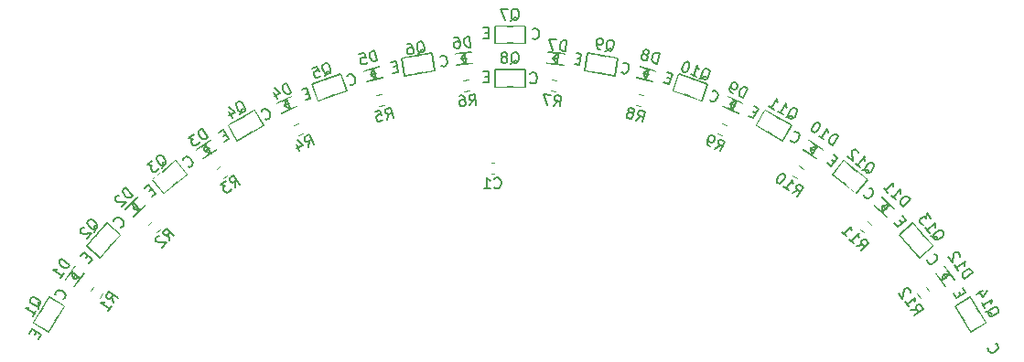
<source format=gbo>
G04 #@! TF.GenerationSoftware,KiCad,Pcbnew,(5.1.6)-1*
G04 #@! TF.CreationDate,2021-05-12T18:04:34+09:00*
G04 #@! TF.ProjectId,FollowingSensor1.0,466f6c6c-6f77-4696-9e67-53656e736f72,rev?*
G04 #@! TF.SameCoordinates,Original*
G04 #@! TF.FileFunction,Legend,Bot*
G04 #@! TF.FilePolarity,Positive*
%FSLAX46Y46*%
G04 Gerber Fmt 4.6, Leading zero omitted, Abs format (unit mm)*
G04 Created by KiCad (PCBNEW (5.1.6)-1) date 2021-05-12 18:04:34*
%MOMM*%
%LPD*%
G01*
G04 APERTURE LIST*
%ADD10C,0.120000*%
%ADD11C,0.150000*%
%ADD12C,0.100000*%
%ADD13R,1.100000X1.550000*%
G04 APERTURE END LIST*
D10*
X148259420Y-82510000D02*
X148540580Y-82510000D01*
X148259420Y-81490000D02*
X148540580Y-81490000D01*
D11*
X154441260Y-71365540D02*
X154355843Y-72361885D01*
X154000014Y-71829546D02*
X154441260Y-71365540D01*
X154355843Y-72361885D02*
X154000014Y-71829546D01*
X154996359Y-71914963D02*
X153501841Y-71786837D01*
X153459133Y-72285010D02*
X153544549Y-71288665D01*
X153544549Y-71288665D02*
X155039067Y-71416790D01*
X155039067Y-71416790D02*
X154953651Y-72413135D01*
X154953651Y-72413135D02*
X153459133Y-72285010D01*
D10*
X182388341Y-87641473D02*
X182730254Y-87970503D01*
X183112946Y-86888497D02*
X183454859Y-87217527D01*
X130396180Y-78977845D02*
X130828314Y-78781820D01*
X129964486Y-78026180D02*
X130396620Y-77830155D01*
X169172346Y-78782573D02*
X169604821Y-78977843D01*
X169602379Y-77830157D02*
X170034854Y-78025427D01*
X117269746Y-87970503D02*
X117611659Y-87641473D01*
X116545141Y-87217527D02*
X116887054Y-86888497D01*
D11*
X185109184Y-85371035D02*
X184415782Y-86091586D01*
X184474262Y-85453950D02*
X185109184Y-85371035D01*
X184415782Y-86091586D02*
X184474262Y-85453950D01*
X185194813Y-86147351D02*
X184113987Y-85107249D01*
X183767286Y-85467524D02*
X184460688Y-84746973D01*
X184460688Y-84746973D02*
X185541514Y-85787076D01*
X185541514Y-85787076D02*
X184848112Y-86507627D01*
X184848112Y-86507627D02*
X183767286Y-85467524D01*
X129294650Y-75609493D02*
X129707755Y-76520176D01*
X129136929Y-76230076D02*
X129294650Y-75609493D01*
X129707755Y-76520176D02*
X129136929Y-76230076D01*
X130047613Y-75816972D02*
X128681587Y-76436628D01*
X128888139Y-76891970D02*
X128475035Y-75981286D01*
X128475035Y-75981286D02*
X129841061Y-75361630D01*
X129841061Y-75361630D02*
X130254165Y-76272314D01*
X130254165Y-76272314D02*
X128888139Y-76891970D01*
X170977868Y-75732826D02*
X170566353Y-76644229D01*
X170407549Y-76023921D02*
X170977868Y-75732826D01*
X170566353Y-76644229D02*
X170407549Y-76023921D01*
X171318952Y-76435436D02*
X169951848Y-75818164D01*
X169746090Y-76273866D02*
X170157605Y-75362463D01*
X170157605Y-75362463D02*
X171524710Y-75979734D01*
X171524710Y-75979734D02*
X171113195Y-76891137D01*
X171113195Y-76891137D02*
X169746090Y-76273866D01*
X115106982Y-85163014D02*
X115800384Y-85883565D01*
X115165462Y-85800650D02*
X115106982Y-85163014D01*
X115800384Y-85883565D02*
X115165462Y-85800650D01*
X115886013Y-85107249D02*
X114805187Y-86147351D01*
X115151888Y-86507627D02*
X114458486Y-85787076D01*
X114458486Y-85787076D02*
X115539312Y-84746973D01*
X115539312Y-84746973D02*
X116232714Y-85467524D01*
X116232714Y-85467524D02*
X115151888Y-86507627D01*
X187912233Y-90283032D02*
X186067903Y-88176271D01*
X189116097Y-89229129D02*
X187912233Y-90283032D01*
X187271767Y-87122368D02*
X189116097Y-89229129D01*
X186067903Y-88176271D02*
X187271767Y-87122368D01*
X109428966Y-91599156D02*
X110233860Y-92192575D01*
X109594045Y-92217823D02*
X109428966Y-91599156D01*
X110233860Y-92192575D02*
X109594045Y-92217823D01*
X110187464Y-91412930D02*
X109297336Y-92620270D01*
X109699783Y-92916980D02*
X108894889Y-92323561D01*
X108894889Y-92323561D02*
X109785017Y-91116220D01*
X109785017Y-91116220D02*
X110589911Y-91709639D01*
X110589911Y-91709639D02*
X109699783Y-92916980D01*
X137394522Y-72768335D02*
X137646591Y-73736044D01*
X137133473Y-73353017D02*
X137394522Y-72768335D01*
X137646591Y-73736044D02*
X137133473Y-73353017D01*
X138101182Y-73100948D02*
X136649618Y-73479052D01*
X136775653Y-73962907D02*
X136523583Y-72995197D01*
X136523583Y-72995197D02*
X137975147Y-72617093D01*
X137975147Y-72617093D02*
X138227217Y-73584803D01*
X138227217Y-73584803D02*
X136775653Y-73962907D01*
X121793890Y-79781074D02*
X122354529Y-80609134D01*
X121742985Y-80419360D02*
X121793890Y-79781074D01*
X122354529Y-80609134D02*
X121742985Y-80419360D01*
X122571045Y-79858721D02*
X121328955Y-80699679D01*
X121609274Y-81113709D02*
X121048635Y-80285649D01*
X121048635Y-80285649D02*
X122290726Y-79444691D01*
X122290726Y-79444691D02*
X122851365Y-80272751D01*
X122851365Y-80272751D02*
X121609274Y-81113709D01*
X145857643Y-71339915D02*
X145943060Y-72336260D01*
X145501814Y-71872254D02*
X145857643Y-71339915D01*
X145943060Y-72336260D02*
X145501814Y-71872254D01*
X146498159Y-71786837D02*
X145003641Y-71914963D01*
X145046349Y-72413135D02*
X144960933Y-71416790D01*
X144960933Y-71416790D02*
X146455451Y-71288665D01*
X146455451Y-71288665D02*
X146540867Y-72285010D01*
X146540867Y-72285010D02*
X145046349Y-72413135D01*
X178454529Y-79949266D02*
X177893890Y-80777326D01*
X177842985Y-80139040D02*
X178454529Y-79949266D01*
X177893890Y-80777326D02*
X177842985Y-80139040D01*
X178671045Y-80699679D02*
X177428955Y-79858721D01*
X177148635Y-80272751D02*
X177709274Y-79444691D01*
X177709274Y-79444691D02*
X178951365Y-80285649D01*
X178951365Y-80285649D02*
X178390726Y-81113709D01*
X178390726Y-81113709D02*
X177148635Y-80272751D01*
X162895791Y-72843956D02*
X162643722Y-73811665D01*
X162382673Y-73226983D02*
X162895791Y-72843956D01*
X162643722Y-73811665D02*
X162382673Y-73226983D01*
X163350382Y-73479052D02*
X161898818Y-73100948D01*
X161772783Y-73584803D02*
X162024853Y-72617093D01*
X162024853Y-72617093D02*
X163476417Y-72995197D01*
X163476417Y-72995197D02*
X163224347Y-73962907D01*
X163224347Y-73962907D02*
X161772783Y-73584803D01*
X190749060Y-91840625D02*
X189944166Y-92434044D01*
X190109245Y-91815377D02*
X190749060Y-91840625D01*
X189944166Y-92434044D02*
X190109245Y-91815377D01*
X190702664Y-92620270D02*
X189812536Y-91412930D01*
X189410089Y-91709639D02*
X190214983Y-91116220D01*
X190214983Y-91116220D02*
X191105111Y-92323561D01*
X191105111Y-92323561D02*
X190300217Y-92916980D01*
X190300217Y-92916980D02*
X189410089Y-91709639D01*
X127181303Y-78057720D02*
X124739509Y-79427991D01*
X126398291Y-76662409D02*
X127181303Y-78057720D01*
X123956497Y-78032680D02*
X126398291Y-76662409D01*
X124739509Y-79427991D02*
X123956497Y-78032680D01*
X108781610Y-94769403D02*
X107318614Y-97156795D01*
X107417386Y-93933405D02*
X108781610Y-94769403D01*
X105954390Y-96320797D02*
X107417386Y-93933405D01*
X107318614Y-97156795D02*
X105954390Y-96320797D01*
X134896444Y-74824684D02*
X132257047Y-75759343D01*
X134362353Y-73316457D02*
X134896444Y-74824684D01*
X131722956Y-74251116D02*
X134362353Y-73316457D01*
X132257047Y-75759343D02*
X131722956Y-74251116D01*
X113932097Y-88176271D02*
X112087767Y-90283032D01*
X112728233Y-87122368D02*
X113932097Y-88176271D01*
X110883903Y-89229129D02*
X112728233Y-87122368D01*
X112087767Y-90283032D02*
X110883903Y-89229129D01*
X143048239Y-72942233D02*
X140289097Y-73418820D01*
X142775903Y-71365580D02*
X143048239Y-72942233D01*
X140016761Y-71842167D02*
X142775903Y-71365580D01*
X140289097Y-73418820D02*
X140016761Y-71842167D01*
X120125461Y-82553368D02*
X117949452Y-84315465D01*
X119118548Y-81309935D02*
X120125461Y-82553368D01*
X116942539Y-83072032D02*
X119118548Y-81309935D01*
X117949452Y-84315465D02*
X116942539Y-83072032D01*
X148600000Y-70440000D02*
X148600000Y-68840000D01*
X148600000Y-68840000D02*
X151400000Y-68840000D01*
X151400000Y-68840000D02*
X151400000Y-70440000D01*
X151400000Y-70440000D02*
X148600000Y-70440000D01*
X151400000Y-74470000D02*
X148600000Y-74470000D01*
X151400000Y-72870000D02*
X151400000Y-74470000D01*
X148600000Y-72870000D02*
X151400000Y-72870000D01*
X148600000Y-74470000D02*
X148600000Y-72870000D01*
X182050548Y-84315465D02*
X179874539Y-82553368D01*
X183057461Y-83072032D02*
X182050548Y-84315465D01*
X180881452Y-81309935D02*
X183057461Y-83072032D01*
X179874539Y-82553368D02*
X180881452Y-81309935D01*
X159710903Y-73418820D02*
X156951761Y-72942233D01*
X159983239Y-71842167D02*
X159710903Y-73418820D01*
X157224097Y-71365580D02*
X159983239Y-71842167D01*
X156951761Y-72942233D02*
X157224097Y-71365580D01*
X167742953Y-75759343D02*
X165103556Y-74824684D01*
X168277044Y-74251116D02*
X167742953Y-75759343D01*
X165637647Y-73316457D02*
X168277044Y-74251116D01*
X165103556Y-74824684D02*
X165637647Y-73316457D01*
X192681386Y-97156795D02*
X191218390Y-94769403D01*
X194045610Y-96320797D02*
X192681386Y-97156795D01*
X192582614Y-93933405D02*
X194045610Y-96320797D01*
X191218390Y-94769403D02*
X192582614Y-93933405D01*
X175260491Y-79427991D02*
X172818697Y-78057720D01*
X176043503Y-78032680D02*
X175260491Y-79427991D01*
X173601709Y-76662409D02*
X176043503Y-78032680D01*
X172818697Y-78057720D02*
X173601709Y-76662409D01*
D10*
X112034964Y-94000329D02*
X112316550Y-93618394D01*
X111193850Y-93380206D02*
X111475436Y-92998271D01*
X137908809Y-76274434D02*
X138368003Y-76154823D01*
X137645397Y-75263177D02*
X138104591Y-75143566D01*
X123448970Y-82914478D02*
X123841898Y-82648445D01*
X122863102Y-82049155D02*
X123256030Y-81783122D01*
X145771539Y-74882656D02*
X146244321Y-74842125D01*
X145682279Y-73841475D02*
X146155061Y-73800944D01*
X176158102Y-82648445D02*
X176551030Y-82914478D01*
X176743970Y-81783122D02*
X177136898Y-82049155D01*
X153755679Y-74842125D02*
X154228461Y-74882656D01*
X153844939Y-73800944D02*
X154317721Y-73841475D01*
X161631997Y-76154823D02*
X162091191Y-76274434D01*
X161895409Y-75143566D02*
X162354603Y-75263177D01*
X187683450Y-93618394D02*
X187965036Y-94000329D01*
X188524564Y-92998271D02*
X188806150Y-93380206D01*
D11*
X148566666Y-83787142D02*
X148614285Y-83834761D01*
X148757142Y-83882380D01*
X148852380Y-83882380D01*
X148995238Y-83834761D01*
X149090476Y-83739523D01*
X149138095Y-83644285D01*
X149185714Y-83453809D01*
X149185714Y-83310952D01*
X149138095Y-83120476D01*
X149090476Y-83025238D01*
X148995238Y-82930000D01*
X148852380Y-82882380D01*
X148757142Y-82882380D01*
X148614285Y-82930000D01*
X148566666Y-82977619D01*
X147614285Y-83882380D02*
X148185714Y-83882380D01*
X147900000Y-83882380D02*
X147900000Y-82882380D01*
X147995238Y-83025238D01*
X148090476Y-83120476D01*
X148185714Y-83168095D01*
X155147991Y-71177600D02*
X155233408Y-70181255D01*
X154996183Y-70160917D01*
X154849781Y-70196160D01*
X154746756Y-70282915D01*
X154691176Y-70373738D01*
X154627461Y-70559450D01*
X154615258Y-70701785D01*
X154646433Y-70895633D01*
X154685744Y-70994590D01*
X154772499Y-71097615D01*
X154910766Y-71157263D01*
X155147991Y-71177600D01*
X154331953Y-70103973D02*
X153667723Y-70047028D01*
X154009311Y-71079981D01*
X182079564Y-89231609D02*
X182649939Y-89119624D01*
X182491308Y-89627839D02*
X183184709Y-88907288D01*
X182910214Y-88643135D01*
X182808571Y-88611409D01*
X182741240Y-88612701D01*
X182640889Y-88648306D01*
X182541832Y-88751242D01*
X182510106Y-88852885D01*
X182511399Y-88920216D01*
X182547003Y-89020566D01*
X182821499Y-89284719D01*
X181393325Y-88571227D02*
X181805068Y-88967456D01*
X181599197Y-88769342D02*
X182292599Y-88048790D01*
X182262165Y-88217765D01*
X182264751Y-88352427D01*
X182300356Y-88452777D01*
X180707086Y-87910844D02*
X181118829Y-88307074D01*
X180912958Y-88108959D02*
X181606359Y-87388408D01*
X181575926Y-87557382D01*
X181578512Y-87692044D01*
X181614116Y-87792394D01*
X131325800Y-80049403D02*
X131432645Y-79478042D01*
X131846190Y-79813343D02*
X131433086Y-78902659D01*
X131086159Y-79060032D01*
X131019099Y-79142742D01*
X130995404Y-79205779D01*
X130991382Y-79312183D01*
X131050397Y-79442280D01*
X131133106Y-79509340D01*
X131196143Y-79533035D01*
X131302547Y-79537057D01*
X131649474Y-79379684D01*
X130269811Y-79796370D02*
X130545214Y-80403492D01*
X130329267Y-79351084D02*
X130841171Y-79903215D01*
X130277415Y-80158946D01*
X168980873Y-80188194D02*
X169480633Y-79891364D01*
X169501675Y-80423345D02*
X169913189Y-79511941D01*
X169565988Y-79355174D01*
X169459592Y-79359382D01*
X169396595Y-79383187D01*
X169314003Y-79450391D01*
X169255216Y-79580592D01*
X169259424Y-79686988D01*
X169283228Y-79749984D01*
X169350433Y-79832576D01*
X169697634Y-79989343D01*
X168546871Y-79992234D02*
X168373271Y-79913851D01*
X168306066Y-79831259D01*
X168282262Y-79768263D01*
X168254249Y-79598870D01*
X168289233Y-79405674D01*
X168446000Y-79058473D01*
X168528592Y-78991268D01*
X168591588Y-78967464D01*
X168697985Y-78963256D01*
X168871585Y-79041639D01*
X168938790Y-79124231D01*
X168962594Y-79187227D01*
X168966802Y-79293624D01*
X168868823Y-79510624D01*
X168786231Y-79577829D01*
X168723235Y-79601633D01*
X168616838Y-79605841D01*
X168443238Y-79527458D01*
X168376033Y-79444866D01*
X168352229Y-79381870D01*
X168348021Y-79275473D01*
X118503738Y-88670284D02*
X118413730Y-88096031D01*
X118915482Y-88274055D02*
X118222080Y-87553503D01*
X117947584Y-87817656D01*
X117911979Y-87918007D01*
X117910687Y-87985338D01*
X117942413Y-88086981D01*
X118041470Y-88189917D01*
X118141820Y-88225521D01*
X118209152Y-88226814D01*
X118310795Y-88195088D01*
X118585290Y-87930935D01*
X117601879Y-88282510D02*
X117534548Y-88281217D01*
X117432905Y-88312943D01*
X117261345Y-88478039D01*
X117225740Y-88578389D01*
X117224447Y-88645720D01*
X117256174Y-88747364D01*
X117322212Y-88815987D01*
X117455581Y-88885904D01*
X118263554Y-88901418D01*
X117817499Y-89330667D01*
X186361273Y-85567950D02*
X187054674Y-84847399D01*
X186883115Y-84682303D01*
X186747160Y-84617558D01*
X186612497Y-84620143D01*
X186512147Y-84655748D01*
X186345759Y-84759977D01*
X186246701Y-84862913D01*
X186148937Y-85033180D01*
X186117210Y-85134823D01*
X186119796Y-85269485D01*
X186189713Y-85402854D01*
X186361273Y-85567950D01*
X185263290Y-84511338D02*
X185675033Y-84907567D01*
X185469162Y-84709453D02*
X186162564Y-83988901D01*
X186132130Y-84157876D01*
X186134716Y-84292538D01*
X186170321Y-84392888D01*
X184577051Y-83850955D02*
X184988794Y-84247185D01*
X184782923Y-84049070D02*
X185476324Y-83328519D01*
X185445891Y-83497493D01*
X185448477Y-83632155D01*
X185484081Y-83732505D01*
X129759051Y-75007065D02*
X129345947Y-74096381D01*
X129129117Y-74194740D01*
X129018691Y-74297120D01*
X128971303Y-74423195D01*
X128967280Y-74529599D01*
X129002601Y-74722734D01*
X129061616Y-74852832D01*
X129183668Y-75006624D01*
X129266378Y-75073684D01*
X129392453Y-75121072D01*
X129542222Y-75105423D01*
X129759051Y-75007065D01*
X128182672Y-74990092D02*
X128458075Y-75597214D01*
X128242128Y-74544806D02*
X128754032Y-75096937D01*
X128190276Y-75352668D01*
X171586541Y-75516039D02*
X171998055Y-74604635D01*
X171781054Y-74506656D01*
X171631258Y-74491268D01*
X171505266Y-74538877D01*
X171422674Y-74606081D01*
X171300890Y-74760086D01*
X171242102Y-74890286D01*
X171207119Y-75083483D01*
X171211327Y-75189879D01*
X171258935Y-75315871D01*
X171369540Y-75418059D01*
X171586541Y-75516039D01*
X170631737Y-75084928D02*
X170458137Y-75006545D01*
X170390932Y-74923953D01*
X170367128Y-74860957D01*
X170339115Y-74691564D01*
X170374099Y-74498368D01*
X170530866Y-74151167D01*
X170613458Y-74083962D01*
X170676454Y-74060158D01*
X170782851Y-74055950D01*
X170956451Y-74134333D01*
X171023656Y-74216925D01*
X171047460Y-74279921D01*
X171051668Y-74386318D01*
X170953689Y-74603318D01*
X170871097Y-74670523D01*
X170808101Y-74694327D01*
X170701704Y-74698535D01*
X170528104Y-74620152D01*
X170460899Y-74537560D01*
X170437095Y-74474564D01*
X170432887Y-74368167D01*
X115145517Y-84514167D02*
X114452115Y-83793615D01*
X114280555Y-83958711D01*
X114210638Y-84092080D01*
X114208053Y-84226743D01*
X114239779Y-84328386D01*
X114337544Y-84498653D01*
X114436601Y-84601589D01*
X114602989Y-84705817D01*
X114703340Y-84741422D01*
X114838002Y-84744008D01*
X114973957Y-84679262D01*
X115145517Y-84514167D01*
X113831914Y-84522622D02*
X113764583Y-84521329D01*
X113662940Y-84553055D01*
X113491380Y-84718151D01*
X113455775Y-84818501D01*
X113454482Y-84885832D01*
X113486209Y-84987476D01*
X113552247Y-85056099D01*
X113685616Y-85126016D01*
X114493589Y-85141530D01*
X114047534Y-85570779D01*
X188964357Y-88290662D02*
X189062918Y-88330954D01*
X189197309Y-88339880D01*
X189398896Y-88353270D01*
X189497457Y-88393562D01*
X189560190Y-88465221D01*
X189349677Y-88586222D02*
X189448239Y-88626515D01*
X189582629Y-88635441D01*
X189757313Y-88545806D01*
X190008118Y-88326242D01*
X190120069Y-88164948D01*
X190128995Y-88030558D01*
X190102092Y-87927533D01*
X189976627Y-87784216D01*
X189878066Y-87743923D01*
X189743675Y-87734997D01*
X189568991Y-87824632D01*
X189318186Y-88044196D01*
X189206235Y-88205490D01*
X189197309Y-88339880D01*
X189224212Y-88442905D01*
X189349677Y-88586222D01*
X188440058Y-87547173D02*
X188816452Y-87977124D01*
X188628255Y-87762149D02*
X189380670Y-87103459D01*
X189335915Y-87269216D01*
X189326988Y-87403607D01*
X189353891Y-87506632D01*
X188972910Y-86637679D02*
X188565150Y-86171898D01*
X188498079Y-86673632D01*
X188403980Y-86566144D01*
X188305419Y-86525852D01*
X188238223Y-86521389D01*
X188135198Y-86548292D01*
X187956052Y-86705123D01*
X187915760Y-86803684D01*
X187911296Y-86870880D01*
X187938200Y-86973905D01*
X188126397Y-87188880D01*
X188224958Y-87229173D01*
X188292154Y-87233636D01*
X188627400Y-90502355D02*
X188622937Y-90569551D01*
X188681206Y-90708405D01*
X188743938Y-90780063D01*
X188873866Y-90856185D01*
X189008257Y-90865111D01*
X189111282Y-90838208D01*
X189285965Y-90748573D01*
X189393453Y-90654474D01*
X189505404Y-90493180D01*
X189545696Y-90394619D01*
X189554622Y-90260228D01*
X189496353Y-90121374D01*
X189433621Y-90049715D01*
X189303693Y-89973594D01*
X189236498Y-89969131D01*
X186294890Y-87114182D02*
X186075327Y-86863377D01*
X185587106Y-87100917D02*
X185900768Y-87459210D01*
X186653183Y-86800520D01*
X186339521Y-86442228D01*
X109302118Y-90974363D02*
X108497224Y-90380944D01*
X108355934Y-90572585D01*
X108309488Y-90715828D01*
X108329628Y-90849001D01*
X108378027Y-90943845D01*
X108503082Y-91095205D01*
X108618067Y-91179980D01*
X108799638Y-91254683D01*
X108904553Y-91272871D01*
X109037725Y-91252731D01*
X109160828Y-91166004D01*
X109302118Y-90974363D01*
X108397860Y-92200867D02*
X108736957Y-91740928D01*
X108567409Y-91970898D02*
X107762515Y-91377479D01*
X107934016Y-91385596D01*
X108067188Y-91365456D01*
X108162033Y-91317058D01*
X137728292Y-72051723D02*
X137476223Y-71084013D01*
X137245816Y-71144030D01*
X137119575Y-71226121D01*
X137051419Y-71342291D01*
X137029344Y-71446457D01*
X137031276Y-71642785D01*
X137067286Y-71781030D01*
X137161381Y-71953352D01*
X137231469Y-72033511D01*
X137347638Y-72101668D01*
X137497885Y-72111739D01*
X137728292Y-72051723D01*
X136047700Y-71456116D02*
X136508514Y-71336083D01*
X136674628Y-71784893D01*
X136616544Y-71750815D01*
X136512378Y-71728740D01*
X136281971Y-71788757D01*
X136201811Y-71858845D01*
X136167733Y-71916930D01*
X136145658Y-72021096D01*
X136205675Y-72251503D01*
X136275763Y-72331662D01*
X136333847Y-72365740D01*
X136438014Y-72387815D01*
X136668420Y-72327798D01*
X136748580Y-72257710D01*
X136782658Y-72199626D01*
X122064809Y-79160793D02*
X121504170Y-78332733D01*
X121307013Y-78466218D01*
X121215416Y-78585741D01*
X121189947Y-78717998D01*
X121203910Y-78823558D01*
X121271267Y-79007981D01*
X121351358Y-79126275D01*
X121497578Y-79257304D01*
X121590404Y-79309470D01*
X121722661Y-79334939D01*
X121867652Y-79294279D01*
X122064809Y-79160793D01*
X120754973Y-78839978D02*
X120242364Y-79187040D01*
X120731961Y-79315612D01*
X120613667Y-79395703D01*
X120561501Y-79488529D01*
X120548766Y-79554657D01*
X120562729Y-79660217D01*
X120696215Y-79857375D01*
X120789040Y-79909540D01*
X120855169Y-79922275D01*
X120960729Y-79908312D01*
X121197318Y-79748129D01*
X121249483Y-79655304D01*
X121262218Y-79589175D01*
X146374038Y-70787681D02*
X146288621Y-69791336D01*
X146051396Y-69811673D01*
X145913129Y-69871321D01*
X145826374Y-69974346D01*
X145787063Y-70073303D01*
X145755888Y-70267151D01*
X145768091Y-70409486D01*
X145831806Y-70595198D01*
X145887386Y-70686021D01*
X145990411Y-70772776D01*
X146136813Y-70808019D01*
X146374038Y-70787681D01*
X144865271Y-69913360D02*
X145055051Y-69897090D01*
X145154008Y-69936400D01*
X145205521Y-69979778D01*
X145312613Y-70113978D01*
X145376328Y-70299691D01*
X145408868Y-70679251D01*
X145369558Y-70778208D01*
X145326180Y-70829721D01*
X145235358Y-70885301D01*
X145045578Y-70901571D01*
X144946620Y-70862260D01*
X144895108Y-70818883D01*
X144839528Y-70728060D01*
X144819191Y-70490835D01*
X144858501Y-70391878D01*
X144901878Y-70340365D01*
X144992701Y-70284785D01*
X145182481Y-70268515D01*
X145281438Y-70307826D01*
X145332951Y-70351203D01*
X145388531Y-70442026D01*
X179851879Y-79855374D02*
X180412518Y-79027314D01*
X180215361Y-78893828D01*
X180070369Y-78853168D01*
X179938112Y-78878637D01*
X179845287Y-78930803D01*
X179699067Y-79061832D01*
X179618975Y-79180126D01*
X179551619Y-79364549D01*
X179537656Y-79470109D01*
X179563124Y-79602366D01*
X179654722Y-79721889D01*
X179851879Y-79855374D01*
X178590073Y-79001067D02*
X179063250Y-79321432D01*
X178826661Y-79161250D02*
X179387300Y-78333189D01*
X179386072Y-78504878D01*
X179411541Y-78637135D01*
X179463706Y-78729961D01*
X178638103Y-77825945D02*
X178559240Y-77772550D01*
X178453680Y-77758588D01*
X178387552Y-77771322D01*
X178294726Y-77823488D01*
X178148506Y-77954516D01*
X178015021Y-78151674D01*
X177947664Y-78336097D01*
X177933701Y-78441657D01*
X177946435Y-78507785D01*
X177998601Y-78600611D01*
X178077464Y-78654005D01*
X178183024Y-78667968D01*
X178249152Y-78655233D01*
X178341978Y-78603067D01*
X178488198Y-78472039D01*
X178621683Y-78274882D01*
X178689040Y-78090459D01*
X178703003Y-77984899D01*
X178690269Y-77918770D01*
X178638103Y-77825945D01*
X163600230Y-72323824D02*
X163852299Y-71356115D01*
X163621892Y-71296098D01*
X163471645Y-71306170D01*
X163355475Y-71374326D01*
X163285387Y-71454485D01*
X163191293Y-71626808D01*
X163155283Y-71765052D01*
X163153351Y-71961381D01*
X163175426Y-72065547D01*
X163243582Y-72181716D01*
X163369823Y-72263807D01*
X163600230Y-72323824D01*
X162638316Y-71482768D02*
X162742482Y-71460693D01*
X162800567Y-71426615D01*
X162870655Y-71346456D01*
X162882658Y-71300374D01*
X162860583Y-71196208D01*
X162826505Y-71138123D01*
X162746346Y-71068035D01*
X162562020Y-71020022D01*
X162457854Y-71042097D01*
X162399769Y-71076175D01*
X162329681Y-71156335D01*
X162317678Y-71202416D01*
X162339753Y-71306582D01*
X162373831Y-71364667D01*
X162453990Y-71434755D01*
X162638316Y-71482768D01*
X162718475Y-71552856D01*
X162752554Y-71610941D01*
X162774628Y-71715107D01*
X162726615Y-71899432D01*
X162656527Y-71979592D01*
X162598442Y-72013670D01*
X162494276Y-72035745D01*
X162309951Y-71987731D01*
X162229791Y-71917643D01*
X162195713Y-71859559D01*
X162173638Y-71755393D01*
X162221652Y-71571067D01*
X162291740Y-71490908D01*
X162349824Y-71456830D01*
X162453990Y-71434755D01*
X192054669Y-92245822D02*
X192859563Y-91652403D01*
X192718273Y-91460762D01*
X192595170Y-91374035D01*
X192461998Y-91353894D01*
X192357083Y-91372082D01*
X192175512Y-91446786D01*
X192060527Y-91531560D01*
X191935472Y-91682921D01*
X191887073Y-91777765D01*
X191866933Y-91910938D01*
X191913379Y-92054181D01*
X192054669Y-92245822D01*
X191150412Y-91019317D02*
X191489508Y-91479256D01*
X191319960Y-91249287D02*
X192124854Y-90655868D01*
X192066385Y-90817299D01*
X192046244Y-90950471D01*
X192064432Y-91055386D01*
X191652585Y-90175788D02*
X191662655Y-90109202D01*
X191644467Y-90004287D01*
X191503177Y-89812646D01*
X191408332Y-89764247D01*
X191341746Y-89754177D01*
X191236831Y-89772365D01*
X191160175Y-89828881D01*
X191073448Y-89951983D01*
X190952605Y-90751019D01*
X190585251Y-90252752D01*
X125051049Y-77030953D02*
X125110799Y-76942818D01*
X125147246Y-76813156D01*
X125201915Y-76618663D01*
X125261665Y-76530528D01*
X125344720Y-76483920D01*
X125419712Y-76714860D02*
X125479462Y-76626725D01*
X125515909Y-76497063D01*
X125464220Y-76307651D01*
X125301093Y-76016961D01*
X125166350Y-75874156D01*
X125036688Y-75837710D01*
X124930330Y-75842791D01*
X124764221Y-75936006D01*
X124704471Y-76024141D01*
X124668025Y-76153803D01*
X124719713Y-76343216D01*
X124882841Y-76633905D01*
X125017583Y-76776710D01*
X125147246Y-76813156D01*
X125253604Y-76808076D01*
X125419712Y-76714860D01*
X123972225Y-76762686D02*
X124298480Y-77344066D01*
X123993429Y-76313950D02*
X124550624Y-76820337D01*
X124010771Y-77123288D01*
X127404854Y-77462928D02*
X127469685Y-77481152D01*
X127617570Y-77452767D01*
X127700624Y-77406159D01*
X127801902Y-77294720D01*
X127838348Y-77165058D01*
X127833267Y-77058700D01*
X127781579Y-76869288D01*
X127711667Y-76744706D01*
X127576924Y-76601902D01*
X127488789Y-76542151D01*
X127359127Y-76505705D01*
X127211242Y-76534090D01*
X127128188Y-76580698D01*
X127026910Y-76692136D01*
X127008687Y-76756967D01*
X123753325Y-78867475D02*
X123462635Y-79030603D01*
X123594397Y-79557313D02*
X124009668Y-79324273D01*
X123520285Y-78452204D01*
X123105014Y-78685243D01*
X106416683Y-95004926D02*
X106425843Y-94898841D01*
X106394401Y-94767876D01*
X106347238Y-94571427D01*
X106356398Y-94465342D01*
X106406160Y-94384139D01*
X106584288Y-94549145D02*
X106593448Y-94443060D01*
X106562006Y-94312095D01*
X106424479Y-94171969D01*
X106140266Y-93997803D01*
X105952977Y-93938881D01*
X105822012Y-93970323D01*
X105731648Y-94026646D01*
X105632125Y-94189054D01*
X105622965Y-94295139D01*
X105654407Y-94426104D01*
X105791934Y-94566230D01*
X106076147Y-94740396D01*
X106263435Y-94799318D01*
X106394401Y-94767876D01*
X106484765Y-94711553D01*
X106584288Y-94549145D01*
X105862743Y-95726600D02*
X106161313Y-95239377D01*
X106012028Y-95482989D02*
X105159388Y-94960490D01*
X105330955Y-94953929D01*
X105461921Y-94922487D01*
X105552285Y-94866164D01*
X108642789Y-94150519D02*
X108708272Y-94134798D01*
X108823516Y-94037873D01*
X108873278Y-93956669D01*
X108907319Y-93809982D01*
X108875877Y-93679017D01*
X108819554Y-93588653D01*
X108682027Y-93448528D01*
X108560221Y-93373885D01*
X108372933Y-93314963D01*
X108266848Y-93305803D01*
X108135883Y-93337245D01*
X108020638Y-93434170D01*
X107970876Y-93515374D01*
X107936836Y-93662061D01*
X107952557Y-93727544D01*
X106184300Y-97148629D02*
X106010133Y-97432842D01*
X106382112Y-97828337D02*
X106630921Y-97422318D01*
X105778280Y-96899820D01*
X105529472Y-97305839D01*
X132872574Y-73484417D02*
X132946454Y-73407738D01*
X133004438Y-73286171D01*
X133091414Y-73103822D01*
X133165294Y-73027143D01*
X133255070Y-72995352D01*
X133289660Y-73235686D02*
X133363539Y-73159007D01*
X133421524Y-73037440D01*
X133402829Y-72841994D01*
X133291560Y-72527780D01*
X133183090Y-72364125D01*
X133061524Y-72306141D01*
X132955853Y-72293044D01*
X132776302Y-72356627D01*
X132702422Y-72433305D01*
X132644438Y-72554872D01*
X132663133Y-72750318D01*
X132774401Y-73064532D01*
X132882871Y-73228187D01*
X133004438Y-73286171D01*
X133110109Y-73299268D01*
X133289660Y-73235686D01*
X131698997Y-72738120D02*
X132147874Y-72579164D01*
X132351718Y-73012146D01*
X132290934Y-72983154D01*
X132185264Y-72970057D01*
X131960825Y-73049535D01*
X131886945Y-73126214D01*
X131857953Y-73186997D01*
X131844857Y-73292668D01*
X131924334Y-73517106D01*
X132001013Y-73590986D01*
X132061796Y-73619978D01*
X132167467Y-73633075D01*
X132391906Y-73553597D01*
X132465786Y-73476918D01*
X132494778Y-73416135D01*
X135227446Y-74239978D02*
X135288230Y-74268970D01*
X135438788Y-74266171D01*
X135528564Y-74234380D01*
X135647331Y-74141806D01*
X135705315Y-74020239D01*
X135718412Y-73914568D01*
X135699717Y-73719122D01*
X135652031Y-73584459D01*
X135543561Y-73420804D01*
X135466882Y-73346924D01*
X135345315Y-73288940D01*
X135194757Y-73291739D01*
X135104981Y-73323530D01*
X134986214Y-73416104D01*
X134957222Y-73476888D01*
X131380659Y-75039149D02*
X131066445Y-75150418D01*
X131106633Y-75691869D02*
X131555510Y-75532914D01*
X131221703Y-74590272D01*
X130772826Y-74749228D01*
X111574769Y-87889052D02*
X111601672Y-87786027D01*
X111592745Y-87651636D01*
X111579356Y-87450050D01*
X111606259Y-87347025D01*
X111668991Y-87275367D01*
X111816772Y-87468027D02*
X111843675Y-87365002D01*
X111834748Y-87230611D01*
X111722798Y-87069317D01*
X111471993Y-86849754D01*
X111297309Y-86760119D01*
X111162918Y-86769045D01*
X111064357Y-86809337D01*
X110938892Y-86952654D01*
X110911989Y-87055679D01*
X110920915Y-87190070D01*
X111032866Y-87351364D01*
X111283671Y-87570927D01*
X111458354Y-87660562D01*
X111592745Y-87651636D01*
X111691307Y-87611344D01*
X111816772Y-87468027D01*
X110602791Y-87481167D02*
X110535595Y-87485630D01*
X110437033Y-87525923D01*
X110280203Y-87705069D01*
X110253300Y-87808094D01*
X110257763Y-87875289D01*
X110298055Y-87973851D01*
X110369714Y-88036583D01*
X110508568Y-88094853D01*
X111314913Y-88041295D01*
X110907153Y-88507076D01*
X113964840Y-87468136D02*
X114032035Y-87463673D01*
X114161963Y-87387551D01*
X114224696Y-87315893D01*
X114282965Y-87177039D01*
X114274039Y-87042648D01*
X114233746Y-86944086D01*
X114121795Y-86782792D01*
X114014307Y-86688694D01*
X113839624Y-86599058D01*
X113736599Y-86572155D01*
X113602208Y-86581082D01*
X113472281Y-86657203D01*
X113409548Y-86728862D01*
X113351279Y-86867716D01*
X113355742Y-86934911D01*
X110971045Y-90083862D02*
X110751482Y-90334667D01*
X111051506Y-90787183D02*
X111365167Y-90428890D01*
X110612753Y-89770201D01*
X110299091Y-90128494D01*
X141487058Y-71423417D02*
X141572801Y-71360283D01*
X141650439Y-71250224D01*
X141766896Y-71085136D01*
X141852639Y-71022001D01*
X141946487Y-71005791D01*
X141940089Y-71248517D02*
X142025832Y-71185382D01*
X142103470Y-71075323D01*
X142117974Y-70879521D01*
X142061237Y-70551052D01*
X141981892Y-70371460D01*
X141871833Y-70293823D01*
X141769880Y-70263109D01*
X141582183Y-70295530D01*
X141496440Y-70358664D01*
X141418802Y-70468723D01*
X141404299Y-70664525D01*
X141461035Y-70992994D01*
X141540380Y-71172586D01*
X141650439Y-71250224D01*
X141752393Y-71280938D01*
X141940089Y-71248517D01*
X140502927Y-70481950D02*
X140690623Y-70449529D01*
X140792577Y-70480242D01*
X140847606Y-70519061D01*
X140965770Y-70643624D01*
X141045116Y-70823215D01*
X141109957Y-71198609D01*
X141079243Y-71300562D01*
X141040425Y-71355592D01*
X140954681Y-71418726D01*
X140766985Y-71451147D01*
X140665031Y-71420433D01*
X140610002Y-71381614D01*
X140546867Y-71295871D01*
X140506341Y-71061250D01*
X140537055Y-70959297D01*
X140575874Y-70904267D01*
X140661617Y-70841133D01*
X140849314Y-70808712D01*
X140951267Y-70839426D01*
X141006297Y-70878245D01*
X141069431Y-70963988D01*
X143655781Y-72504615D02*
X143710811Y-72543434D01*
X143859689Y-72566042D01*
X143953537Y-72549832D01*
X144086204Y-72478592D01*
X144163842Y-72368533D01*
X144194556Y-72266580D01*
X144209059Y-72070778D01*
X144184744Y-71930005D01*
X144105399Y-71750414D01*
X144042264Y-71664670D01*
X143932205Y-71587033D01*
X143783327Y-71564424D01*
X143689479Y-71580634D01*
X143556812Y-71651874D01*
X143517993Y-71706904D01*
X139546583Y-72561260D02*
X139218113Y-72617996D01*
X139166498Y-73158478D02*
X139635740Y-73077426D01*
X139465530Y-72092018D01*
X138996289Y-72173070D01*
X117818641Y-81965644D02*
X117862687Y-81868702D01*
X117876766Y-81734753D01*
X117897884Y-81533829D01*
X117941930Y-81436887D01*
X118015944Y-81376951D01*
X118128775Y-81591954D02*
X118172822Y-81495012D01*
X118186900Y-81361062D01*
X118104037Y-81183067D01*
X117894263Y-80924018D01*
X117737386Y-80805958D01*
X117603437Y-80791880D01*
X117499455Y-80814808D01*
X117351427Y-80934678D01*
X117307381Y-81031621D01*
X117293302Y-81165570D01*
X117376166Y-81343565D01*
X117585939Y-81602614D01*
X117742817Y-81720674D01*
X117876766Y-81734753D01*
X117980748Y-81711824D01*
X118128775Y-81591954D01*
X116907344Y-81294290D02*
X116426254Y-81683869D01*
X116925043Y-81770152D01*
X116814022Y-81860054D01*
X116769976Y-81956997D01*
X116762937Y-82023971D01*
X116785865Y-82127953D01*
X116935703Y-82312988D01*
X117032646Y-82357034D01*
X117099620Y-82364073D01*
X117203602Y-82341145D01*
X117425643Y-82161339D01*
X117469690Y-82064397D01*
X117476729Y-81997422D01*
X120284212Y-81872341D02*
X120351186Y-81879381D01*
X120492175Y-81826485D01*
X120566189Y-81766549D01*
X120647242Y-81639639D01*
X120661320Y-81505690D01*
X120638392Y-81401709D01*
X120555528Y-81223713D01*
X120465626Y-81112692D01*
X120308748Y-80994632D01*
X120211806Y-80950586D01*
X120077857Y-80936507D01*
X119936868Y-80989403D01*
X119862854Y-81049339D01*
X119781801Y-81176249D01*
X119774762Y-81243223D01*
X116882926Y-83929125D02*
X116623878Y-84138898D01*
X116842501Y-84635878D02*
X117212570Y-84336201D01*
X116583250Y-83559055D01*
X116213180Y-83858732D01*
X150095238Y-68347619D02*
X150190476Y-68300000D01*
X150285714Y-68204761D01*
X150428571Y-68061904D01*
X150523809Y-68014285D01*
X150619047Y-68014285D01*
X150571428Y-68252380D02*
X150666666Y-68204761D01*
X150761904Y-68109523D01*
X150809523Y-67919047D01*
X150809523Y-67585714D01*
X150761904Y-67395238D01*
X150666666Y-67300000D01*
X150571428Y-67252380D01*
X150380952Y-67252380D01*
X150285714Y-67300000D01*
X150190476Y-67395238D01*
X150142857Y-67585714D01*
X150142857Y-67919047D01*
X150190476Y-68109523D01*
X150285714Y-68204761D01*
X150380952Y-68252380D01*
X150571428Y-68252380D01*
X149809523Y-67252380D02*
X149142857Y-67252380D01*
X149571428Y-68252380D01*
X148014285Y-69468571D02*
X147680952Y-69468571D01*
X147538095Y-69992380D02*
X148014285Y-69992380D01*
X148014285Y-68992380D01*
X147538095Y-68992380D01*
X152090476Y-69957142D02*
X152138095Y-70004761D01*
X152280952Y-70052380D01*
X152376190Y-70052380D01*
X152519047Y-70004761D01*
X152614285Y-69909523D01*
X152661904Y-69814285D01*
X152709523Y-69623809D01*
X152709523Y-69480952D01*
X152661904Y-69290476D01*
X152614285Y-69195238D01*
X152519047Y-69100000D01*
X152376190Y-69052380D01*
X152280952Y-69052380D01*
X152138095Y-69100000D01*
X152090476Y-69147619D01*
X150095238Y-72347619D02*
X150190476Y-72300000D01*
X150285714Y-72204761D01*
X150428571Y-72061904D01*
X150523809Y-72014285D01*
X150619047Y-72014285D01*
X150571428Y-72252380D02*
X150666666Y-72204761D01*
X150761904Y-72109523D01*
X150809523Y-71919047D01*
X150809523Y-71585714D01*
X150761904Y-71395238D01*
X150666666Y-71300000D01*
X150571428Y-71252380D01*
X150380952Y-71252380D01*
X150285714Y-71300000D01*
X150190476Y-71395238D01*
X150142857Y-71585714D01*
X150142857Y-71919047D01*
X150190476Y-72109523D01*
X150285714Y-72204761D01*
X150380952Y-72252380D01*
X150571428Y-72252380D01*
X149571428Y-71680952D02*
X149666666Y-71633333D01*
X149714285Y-71585714D01*
X149761904Y-71490476D01*
X149761904Y-71442857D01*
X149714285Y-71347619D01*
X149666666Y-71300000D01*
X149571428Y-71252380D01*
X149380952Y-71252380D01*
X149285714Y-71300000D01*
X149238095Y-71347619D01*
X149190476Y-71442857D01*
X149190476Y-71490476D01*
X149238095Y-71585714D01*
X149285714Y-71633333D01*
X149380952Y-71680952D01*
X149571428Y-71680952D01*
X149666666Y-71728571D01*
X149714285Y-71776190D01*
X149761904Y-71871428D01*
X149761904Y-72061904D01*
X149714285Y-72157142D01*
X149666666Y-72204761D01*
X149571428Y-72252380D01*
X149380952Y-72252380D01*
X149285714Y-72204761D01*
X149238095Y-72157142D01*
X149190476Y-72061904D01*
X149190476Y-71871428D01*
X149238095Y-71776190D01*
X149285714Y-71728571D01*
X149380952Y-71680952D01*
X151890476Y-74057142D02*
X151938095Y-74104761D01*
X152080952Y-74152380D01*
X152176190Y-74152380D01*
X152319047Y-74104761D01*
X152414285Y-74009523D01*
X152461904Y-73914285D01*
X152509523Y-73723809D01*
X152509523Y-73580952D01*
X152461904Y-73390476D01*
X152414285Y-73295238D01*
X152319047Y-73200000D01*
X152176190Y-73152380D01*
X152080952Y-73152380D01*
X151938095Y-73200000D01*
X151890476Y-73247619D01*
X148014285Y-73498571D02*
X147680952Y-73498571D01*
X147538095Y-74022380D02*
X148014285Y-74022380D01*
X148014285Y-73022380D01*
X147538095Y-73022380D01*
X182599455Y-82185191D02*
X182703437Y-82208119D01*
X182837386Y-82194041D01*
X183038310Y-82172923D01*
X183142291Y-82195851D01*
X183216305Y-82255786D01*
X183029460Y-82410854D02*
X183133441Y-82433782D01*
X183267391Y-82419703D01*
X183424268Y-82301643D01*
X183634042Y-82042594D01*
X183716905Y-81864599D01*
X183702827Y-81730650D01*
X183658780Y-81633708D01*
X183510752Y-81513837D01*
X183406771Y-81490909D01*
X183272822Y-81504987D01*
X183115944Y-81623048D01*
X182906171Y-81882096D01*
X182823307Y-82060092D01*
X182837386Y-82194041D01*
X182881432Y-82290983D01*
X183029460Y-82410854D01*
X181956258Y-81541792D02*
X182400342Y-81901404D01*
X182178300Y-81721598D02*
X182807620Y-80944452D01*
X182791731Y-81115408D01*
X182805810Y-81249357D01*
X182849856Y-81346299D01*
X182229588Y-80598919D02*
X182222548Y-80531944D01*
X182178502Y-80435002D01*
X181993467Y-80285164D01*
X181889486Y-80262236D01*
X181822511Y-80269275D01*
X181725569Y-80313321D01*
X181665634Y-80387335D01*
X181612738Y-80528324D01*
X181697210Y-81332019D01*
X181216119Y-80942439D01*
X182734697Y-84482762D02*
X182741736Y-84549737D01*
X182822790Y-84676646D01*
X182896803Y-84736582D01*
X183037792Y-84789478D01*
X183171741Y-84775399D01*
X183268683Y-84731353D01*
X183425561Y-84613293D01*
X183515464Y-84502272D01*
X183598327Y-84324276D01*
X183621256Y-84220295D01*
X183607177Y-84086346D01*
X183526124Y-83959436D01*
X183452110Y-83899500D01*
X183311121Y-83846605D01*
X183244147Y-83853644D01*
X180030693Y-81429824D02*
X179771645Y-81220051D01*
X179330980Y-81537225D02*
X179701049Y-81836901D01*
X180330370Y-81059755D01*
X179960300Y-80760079D01*
X158800638Y-71155838D02*
X158902591Y-71125124D01*
X159012650Y-71047486D01*
X159177738Y-70931029D01*
X159279692Y-70900316D01*
X159373540Y-70916526D01*
X159286090Y-71143042D02*
X159388044Y-71112328D01*
X159498103Y-71034690D01*
X159577448Y-70855099D01*
X159634184Y-70526629D01*
X159619681Y-70330827D01*
X159542043Y-70220769D01*
X159456300Y-70157634D01*
X159268603Y-70125213D01*
X159166649Y-70155927D01*
X159056591Y-70233565D01*
X158977246Y-70413156D01*
X158920509Y-70741626D01*
X158935012Y-70937428D01*
X159012650Y-71047486D01*
X159098393Y-71110621D01*
X159286090Y-71143042D01*
X158394531Y-70989043D02*
X158206834Y-70956622D01*
X158121091Y-70893487D01*
X158082272Y-70838458D01*
X158012739Y-70681475D01*
X157998236Y-70485673D01*
X158063077Y-70110279D01*
X158126212Y-70024536D01*
X158181241Y-69985717D01*
X158283195Y-69955004D01*
X158470892Y-69987424D01*
X158556635Y-70050559D01*
X158595454Y-70105588D01*
X158626168Y-70207542D01*
X158585642Y-70442163D01*
X158522507Y-70527906D01*
X158467478Y-70566725D01*
X158365524Y-70597439D01*
X158177827Y-70565018D01*
X158092084Y-70501883D01*
X158053265Y-70446854D01*
X158022551Y-70344900D01*
X160334203Y-73099247D02*
X160373022Y-73154276D01*
X160505690Y-73225516D01*
X160599538Y-73241727D01*
X160748416Y-73219118D01*
X160858474Y-73141480D01*
X160921609Y-73055737D01*
X161000954Y-72876145D01*
X161025270Y-72735373D01*
X161010766Y-72539571D01*
X160980053Y-72437617D01*
X160902415Y-72327559D01*
X160769747Y-72256319D01*
X160675899Y-72240108D01*
X160527021Y-72262717D01*
X160471992Y-72301536D01*
X156539940Y-71885285D02*
X156211471Y-71828548D01*
X155981541Y-72320399D02*
X156450783Y-72401451D01*
X156620992Y-71416043D01*
X156151750Y-71334991D01*
X167555853Y-73706955D02*
X167661524Y-73693858D01*
X167783090Y-73635874D01*
X167965440Y-73548898D01*
X168071111Y-73535801D01*
X168160886Y-73567592D01*
X168036521Y-73776135D02*
X168142192Y-73763038D01*
X168263758Y-73705054D01*
X168372228Y-73541399D01*
X168483497Y-73227185D01*
X168502192Y-73031739D01*
X168444207Y-72910172D01*
X168370328Y-72833493D01*
X168190777Y-72769911D01*
X168085106Y-72783008D01*
X167963539Y-72840992D01*
X167855070Y-73004647D01*
X167743801Y-73318861D01*
X167725106Y-73514307D01*
X167783090Y-73635874D01*
X167856970Y-73712553D01*
X168036521Y-73776135D01*
X166734778Y-73315164D02*
X167273430Y-73505910D01*
X167004104Y-73410537D02*
X167337911Y-72467895D01*
X167379999Y-72634350D01*
X167437984Y-72755916D01*
X167511864Y-72832595D01*
X166485045Y-72165880D02*
X166395269Y-72134089D01*
X166289598Y-72147185D01*
X166228815Y-72176177D01*
X166152136Y-72250057D01*
X166043666Y-72413712D01*
X165964189Y-72638151D01*
X165945494Y-72833597D01*
X165958591Y-72939268D01*
X165987583Y-73000051D01*
X166061462Y-73076730D01*
X166151238Y-73108521D01*
X166256909Y-73095425D01*
X166317692Y-73066433D01*
X166394371Y-72992553D01*
X166502841Y-72828898D01*
X166582319Y-72604459D01*
X166601013Y-72409013D01*
X166587917Y-72303342D01*
X166558925Y-72242559D01*
X166485045Y-72165880D01*
X168489013Y-75633336D02*
X168518005Y-75694119D01*
X168636772Y-75786694D01*
X168726548Y-75818485D01*
X168877106Y-75821284D01*
X168998673Y-75763300D01*
X169075352Y-75689420D01*
X169183822Y-75525765D01*
X169231508Y-75391101D01*
X169250203Y-75195655D01*
X169237106Y-75089984D01*
X169179122Y-74968418D01*
X169060355Y-74875843D01*
X168970579Y-74844052D01*
X168820021Y-74841253D01*
X168759237Y-74870245D01*
X164875706Y-73713459D02*
X164561493Y-73602190D01*
X164251978Y-74048268D02*
X164700855Y-74207224D01*
X165034662Y-73264582D01*
X164585785Y-73105626D01*
X194031648Y-95273353D02*
X194122012Y-95329676D01*
X194252977Y-95361118D01*
X194449426Y-95408281D01*
X194539789Y-95464604D01*
X194589551Y-95545807D01*
X194361661Y-95629610D02*
X194452024Y-95685933D01*
X194582990Y-95717375D01*
X194770279Y-95658453D01*
X195054492Y-95484287D01*
X195192019Y-95344162D01*
X195223461Y-95213196D01*
X195214301Y-95107111D01*
X195114777Y-94944704D01*
X195024414Y-94888381D01*
X194893448Y-94856939D01*
X194706160Y-94915860D01*
X194421946Y-95090027D01*
X194284419Y-95230152D01*
X194252977Y-95361118D01*
X194262137Y-95467202D01*
X194361661Y-95629610D01*
X193640115Y-94452155D02*
X193938686Y-94939377D01*
X193789400Y-94695766D02*
X194642041Y-94173267D01*
X194569997Y-94329114D01*
X194538555Y-94460079D01*
X194547714Y-94566164D01*
X193760686Y-93372988D02*
X193192259Y-93721320D01*
X194209906Y-93376950D02*
X193725281Y-93953173D01*
X193401830Y-93425348D01*
X194236518Y-98655577D02*
X194220797Y-98721059D01*
X194254838Y-98867746D01*
X194304600Y-98948950D01*
X194419844Y-99045875D01*
X194550810Y-99077317D01*
X194656895Y-99068157D01*
X194844183Y-99009235D01*
X194965989Y-98934593D01*
X195103516Y-98794467D01*
X195159839Y-98704104D01*
X195191281Y-98573138D01*
X195157240Y-98426451D01*
X195107478Y-98345248D01*
X194992234Y-98248323D01*
X194926751Y-98232602D01*
X191740633Y-93762429D02*
X191566467Y-93478215D01*
X191045203Y-93630099D02*
X191294012Y-94036119D01*
X192146652Y-93513620D01*
X191897844Y-93107601D01*
X175530330Y-77257208D02*
X175636688Y-77262289D01*
X175766350Y-77225843D01*
X175960843Y-77171173D01*
X176067201Y-77176254D01*
X176150255Y-77222862D01*
X175992209Y-77407193D02*
X176098567Y-77412274D01*
X176228229Y-77375828D01*
X176362972Y-77233023D01*
X176526099Y-76942334D01*
X176577788Y-76752921D01*
X176541341Y-76623259D01*
X176481591Y-76535124D01*
X176315483Y-76441908D01*
X176209124Y-76436828D01*
X176079462Y-76473274D01*
X175944720Y-76616079D01*
X175781592Y-76906768D01*
X175729903Y-77096181D01*
X175766350Y-77225843D01*
X175826100Y-77313978D01*
X175992209Y-77407193D01*
X174787922Y-76731380D02*
X175286248Y-77011027D01*
X175037085Y-76871203D02*
X175526468Y-75999134D01*
X175539610Y-76170323D01*
X175576056Y-76299985D01*
X175635807Y-76388120D01*
X173957380Y-76265301D02*
X174455706Y-76544948D01*
X174206543Y-76405125D02*
X174695925Y-75533055D01*
X174709068Y-75704244D01*
X174745514Y-75833907D01*
X174805264Y-75922042D01*
X175955294Y-79359977D02*
X175973517Y-79424808D01*
X176074794Y-79536247D01*
X176157849Y-79582855D01*
X176305734Y-79611240D01*
X176435396Y-79574793D01*
X176523531Y-79515043D01*
X176658274Y-79372239D01*
X176728186Y-79247657D01*
X176779874Y-79058245D01*
X176784955Y-78951887D01*
X176748508Y-78822225D01*
X176647231Y-78710786D01*
X176564177Y-78664178D01*
X176416292Y-78635793D01*
X176351461Y-78654016D01*
X172783313Y-76923929D02*
X172492624Y-76760801D01*
X172111699Y-77147687D02*
X172526970Y-77380727D01*
X173016353Y-76508657D01*
X172601082Y-76275618D01*
X113369219Y-94482191D02*
X113183743Y-93931313D01*
X113708316Y-94022252D02*
X112903422Y-93428833D01*
X112677358Y-93735459D01*
X112659170Y-93840374D01*
X112669240Y-93906960D01*
X112717639Y-94001804D01*
X112832623Y-94086578D01*
X112937538Y-94104766D01*
X113004124Y-94094696D01*
X113098969Y-94046297D01*
X113325033Y-93739671D01*
X112804058Y-95248756D02*
X113143155Y-94788817D01*
X112973607Y-95018787D02*
X112168713Y-94425368D01*
X112340214Y-94433485D01*
X112473386Y-94413345D01*
X112568231Y-94364947D01*
X138642475Y-77488585D02*
X138845011Y-76943748D01*
X139195451Y-77344546D02*
X138943382Y-76376836D01*
X138574731Y-76472863D01*
X138494571Y-76542951D01*
X138460493Y-76601035D01*
X138438419Y-76705202D01*
X138474428Y-76843446D01*
X138544516Y-76923605D01*
X138602601Y-76957683D01*
X138706767Y-76979758D01*
X139075418Y-76883732D01*
X137514859Y-76748939D02*
X137975673Y-76628906D01*
X138141787Y-77077716D01*
X138083703Y-77043638D01*
X137979537Y-77021563D01*
X137749130Y-77081580D01*
X137668970Y-77151668D01*
X137634892Y-77209753D01*
X137612817Y-77313919D01*
X137672834Y-77544326D01*
X137742922Y-77624485D01*
X137801006Y-77658563D01*
X137905173Y-77680638D01*
X138135579Y-77620621D01*
X138215739Y-77550533D01*
X138249817Y-77492449D01*
X124545846Y-83814084D02*
X124554895Y-83232890D01*
X125019023Y-83493719D02*
X124458384Y-82665659D01*
X124142933Y-82879236D01*
X124090767Y-82972061D01*
X124078033Y-83038190D01*
X124091995Y-83143750D01*
X124172087Y-83262044D01*
X124264912Y-83314210D01*
X124331041Y-83326944D01*
X124436601Y-83312982D01*
X124752052Y-83099405D01*
X123709187Y-83172904D02*
X123196578Y-83519966D01*
X123686175Y-83648538D01*
X123567881Y-83728629D01*
X123515715Y-83821455D01*
X123502980Y-83887583D01*
X123516943Y-83993143D01*
X123650429Y-84190301D01*
X123743254Y-84242466D01*
X123809383Y-84255201D01*
X123914943Y-84241238D01*
X124151532Y-84081055D01*
X124203697Y-83988230D01*
X124216432Y-83922101D01*
X146290144Y-76203065D02*
X146581584Y-75700143D01*
X146859484Y-76154255D02*
X146774067Y-75157910D01*
X146394507Y-75190450D01*
X146303685Y-75246030D01*
X146260307Y-75297542D01*
X146220997Y-75396500D01*
X146233199Y-75538835D01*
X146288779Y-75629657D01*
X146340292Y-75673035D01*
X146439249Y-75712345D01*
X146818809Y-75679805D01*
X145350717Y-75279934D02*
X145540497Y-75263664D01*
X145639454Y-75302974D01*
X145690967Y-75346352D01*
X145798059Y-75480552D01*
X145861774Y-75666265D01*
X145894314Y-76045825D01*
X145855004Y-76144782D01*
X145811626Y-76196295D01*
X145720804Y-76251875D01*
X145531024Y-76268145D01*
X145432066Y-76228834D01*
X145380554Y-76185457D01*
X145324974Y-76094634D01*
X145304637Y-75857409D01*
X145343947Y-75758452D01*
X145387324Y-75706939D01*
X145478147Y-75651359D01*
X145667927Y-75635089D01*
X145766884Y-75674400D01*
X145818397Y-75717777D01*
X145873977Y-75808600D01*
X176124488Y-84267935D02*
X176667479Y-84060500D01*
X176597665Y-84588300D02*
X177158304Y-83760240D01*
X176842852Y-83546663D01*
X176737292Y-83532700D01*
X176671164Y-83545435D01*
X176578338Y-83597600D01*
X176498247Y-83715895D01*
X176484284Y-83821455D01*
X176497019Y-83887583D01*
X176549184Y-83980409D01*
X176864636Y-84193986D01*
X175335859Y-83733993D02*
X175809036Y-84054358D01*
X175572447Y-83894176D02*
X176133086Y-83066115D01*
X176131858Y-83237804D01*
X176157327Y-83370061D01*
X176209492Y-83462887D01*
X175383889Y-82558871D02*
X175305026Y-82505476D01*
X175199466Y-82491514D01*
X175133338Y-82504248D01*
X175040512Y-82556414D01*
X174894292Y-82687442D01*
X174760807Y-82884600D01*
X174693450Y-83069023D01*
X174679487Y-83174583D01*
X174692221Y-83240711D01*
X174744387Y-83333537D01*
X174823250Y-83386931D01*
X174928810Y-83400894D01*
X174994938Y-83388159D01*
X175087764Y-83335993D01*
X175233984Y-83204965D01*
X175367469Y-83007808D01*
X175434826Y-82823385D01*
X175448789Y-82717825D01*
X175436055Y-82651696D01*
X175383889Y-82558871D01*
X154041970Y-76231537D02*
X154414760Y-75785559D01*
X154611310Y-76280347D02*
X154696727Y-75284002D01*
X154317167Y-75251462D01*
X154218210Y-75290772D01*
X154166697Y-75334149D01*
X154111117Y-75424972D01*
X154098915Y-75567307D01*
X154138225Y-75666265D01*
X154181602Y-75717777D01*
X154272425Y-75773357D01*
X154651985Y-75805897D01*
X153795272Y-75206720D02*
X153131042Y-75149775D01*
X153472630Y-76182728D01*
X161680094Y-77572608D02*
X162122697Y-77195817D01*
X162233071Y-77716648D02*
X162485140Y-76748939D01*
X162116489Y-76652912D01*
X162012323Y-76674987D01*
X161954238Y-76709065D01*
X161884150Y-76789225D01*
X161848140Y-76927469D01*
X161870215Y-77031635D01*
X161904293Y-77089720D01*
X161984453Y-77159808D01*
X162353104Y-77255834D01*
X161271157Y-76875592D02*
X161375323Y-76853517D01*
X161433408Y-76819439D01*
X161503496Y-76739280D01*
X161515499Y-76693198D01*
X161493424Y-76589032D01*
X161459346Y-76530947D01*
X161379187Y-76460859D01*
X161194861Y-76412846D01*
X161090695Y-76434921D01*
X161032610Y-76468999D01*
X160962522Y-76549159D01*
X160950519Y-76595240D01*
X160972594Y-76699406D01*
X161006672Y-76757491D01*
X161086831Y-76827579D01*
X161271157Y-76875592D01*
X161351316Y-76945680D01*
X161385395Y-77003765D01*
X161407469Y-77107931D01*
X161359456Y-77292256D01*
X161289368Y-77372416D01*
X161231283Y-77406494D01*
X161127117Y-77428569D01*
X160942792Y-77380555D01*
X160862632Y-77310467D01*
X160828554Y-77252383D01*
X160806479Y-77148217D01*
X160854493Y-76963891D01*
X160924581Y-76883732D01*
X160982665Y-76849654D01*
X161086831Y-76827579D01*
X187111166Y-95133772D02*
X187692256Y-95119489D01*
X187450263Y-95593711D02*
X188255157Y-95000292D01*
X188029092Y-94693666D01*
X187934248Y-94645267D01*
X187867662Y-94635197D01*
X187762747Y-94653385D01*
X187647762Y-94738159D01*
X187599364Y-94833003D01*
X187589294Y-94899590D01*
X187607481Y-95004504D01*
X187833546Y-95311131D01*
X186546006Y-94367206D02*
X186885102Y-94827145D01*
X186715554Y-94597176D02*
X187520448Y-94003757D01*
X187461979Y-94165188D01*
X187441838Y-94298360D01*
X187460026Y-94403275D01*
X187048179Y-93523677D02*
X187058249Y-93457091D01*
X187040061Y-93352176D01*
X186898771Y-93160535D01*
X186803926Y-93112136D01*
X186737340Y-93102066D01*
X186632425Y-93120254D01*
X186555769Y-93176770D01*
X186469042Y-93299872D01*
X186348199Y-94098908D01*
X185980845Y-93600641D01*
%LPC*%
G36*
G01*
X148675000Y-82275000D02*
X148675000Y-81725000D01*
G75*
G02*
X148925000Y-81475000I250000J0D01*
G01*
X149425000Y-81475000D01*
G75*
G02*
X149675000Y-81725000I0J-250000D01*
G01*
X149675000Y-82275000D01*
G75*
G02*
X149425000Y-82525000I-250000J0D01*
G01*
X148925000Y-82525000D01*
G75*
G02*
X148675000Y-82275000I0J250000D01*
G01*
G37*
G36*
G01*
X147125000Y-82275000D02*
X147125000Y-81725000D01*
G75*
G02*
X147375000Y-81475000I250000J0D01*
G01*
X147875000Y-81475000D01*
G75*
G02*
X148125000Y-81725000I0J-250000D01*
G01*
X148125000Y-82275000D01*
G75*
G02*
X147875000Y-82525000I-250000J0D01*
G01*
X147375000Y-82525000D01*
G75*
G02*
X147125000Y-82275000I0J250000D01*
G01*
G37*
D12*
G36*
X153015048Y-72196755D02*
G01*
X153091923Y-71300044D01*
X153988634Y-71376919D01*
X153911759Y-72273630D01*
X153015048Y-72196755D01*
G37*
G36*
X154509566Y-72324881D02*
G01*
X154586441Y-71428170D01*
X155483152Y-71505045D01*
X155406277Y-72401756D01*
X154509566Y-72324881D01*
G37*
G36*
G01*
X182983786Y-87905692D02*
X183399828Y-87473361D01*
G75*
G02*
X183717967Y-87467252I162124J-156015D01*
G01*
X184042215Y-87779283D01*
G75*
G02*
X184048324Y-88097422I-156015J-162124D01*
G01*
X183632282Y-88529753D01*
G75*
G02*
X183314143Y-88535862I-162124J156015D01*
G01*
X182989895Y-88223831D01*
G75*
G02*
X182983786Y-87905692I156015J162124D01*
G01*
G37*
G36*
G01*
X181794876Y-86761578D02*
X182210918Y-86329247D01*
G75*
G02*
X182529057Y-86323138I162124J-156015D01*
G01*
X182853305Y-86635169D01*
G75*
G02*
X182859414Y-86953308I-156015J-162124D01*
G01*
X182443372Y-87385639D01*
G75*
G02*
X182125233Y-87391748I-162124J156015D01*
G01*
X181800985Y-87079717D01*
G75*
G02*
X181794876Y-86761578I156015J162124D01*
G01*
G37*
G36*
G01*
X130861838Y-78522291D02*
X130613975Y-77975880D01*
G75*
G02*
X130725931Y-77678028I204904J92948D01*
G01*
X131135738Y-77492131D01*
G75*
G02*
X131433590Y-77604087I92948J-204904D01*
G01*
X131681453Y-78150498D01*
G75*
G02*
X131569497Y-78448350I-204904J-92948D01*
G01*
X131159690Y-78634247D01*
G75*
G02*
X130861838Y-78522291I-92948J204904D01*
G01*
G37*
G36*
G01*
X129359210Y-79203913D02*
X129111347Y-78657502D01*
G75*
G02*
X129223303Y-78359650I204904J92948D01*
G01*
X129633110Y-78173753D01*
G75*
G02*
X129930962Y-78285709I92948J-204904D01*
G01*
X130178825Y-78832120D01*
G75*
G02*
X130066869Y-79129972I-204904J-92948D01*
G01*
X129657062Y-79315869D01*
G75*
G02*
X129359210Y-79203913I-92948J204904D01*
G01*
G37*
G36*
G01*
X169821922Y-78831739D02*
X170068831Y-78284896D01*
G75*
G02*
X170366488Y-78172421I205066J-92591D01*
G01*
X170776619Y-78357603D01*
G75*
G02*
X170889094Y-78655260I-92591J-205066D01*
G01*
X170642185Y-79202102D01*
G75*
G02*
X170344528Y-79314577I-205066J92591D01*
G01*
X169934397Y-79129395D01*
G75*
G02*
X169821922Y-78831738I92591J205066D01*
G01*
G37*
G36*
G01*
X168318106Y-78152741D02*
X168565015Y-77605898D01*
G75*
G02*
X168862672Y-77493423I205066J-92591D01*
G01*
X169272803Y-77678605D01*
G75*
G02*
X169385278Y-77976262I-92591J-205066D01*
G01*
X169138369Y-78523104D01*
G75*
G02*
X168840712Y-78635579I-205066J92591D01*
G01*
X168430581Y-78450397D01*
G75*
G02*
X168318106Y-78152740I92591J205066D01*
G01*
G37*
G36*
G01*
X117556628Y-87385639D02*
X117140586Y-86953308D01*
G75*
G02*
X117146695Y-86635169I162124J156015D01*
G01*
X117470943Y-86323138D01*
G75*
G02*
X117789082Y-86329247I156015J-162124D01*
G01*
X118205124Y-86761578D01*
G75*
G02*
X118199015Y-87079717I-162124J-156015D01*
G01*
X117874767Y-87391748D01*
G75*
G02*
X117556628Y-87385639I-156015J162124D01*
G01*
G37*
G36*
G01*
X116367718Y-88529753D02*
X115951676Y-88097422D01*
G75*
G02*
X115957785Y-87779283I162124J156015D01*
G01*
X116282033Y-87467252D01*
G75*
G02*
X116600172Y-87473361I156015J-162124D01*
G01*
X117016214Y-87905692D01*
G75*
G02*
X117010105Y-88223831I-162124J-156015D01*
G01*
X116685857Y-88535862D01*
G75*
G02*
X116367718Y-88529753I-156015J162124D01*
G01*
G37*
G36*
X183477708Y-85119466D02*
G01*
X184101770Y-84470970D01*
X184750266Y-85095032D01*
X184126204Y-85743528D01*
X183477708Y-85119466D01*
G37*
G36*
X184558534Y-86159568D02*
G01*
X185182596Y-85511072D01*
X185831092Y-86135134D01*
X185207030Y-86783630D01*
X184558534Y-86159568D01*
G37*
G36*
X128457676Y-77032333D02*
G01*
X128085882Y-76212717D01*
X128905498Y-75840923D01*
X129277292Y-76660539D01*
X128457676Y-77032333D01*
G37*
G36*
X129823702Y-76412677D02*
G01*
X129451908Y-75593061D01*
X130271524Y-75221267D01*
X130643318Y-76040883D01*
X129823702Y-76412677D01*
G37*
G36*
X169356535Y-76043114D02*
G01*
X169726898Y-75222851D01*
X170547161Y-75593214D01*
X170176798Y-76413477D01*
X169356535Y-76043114D01*
G37*
G36*
X170723639Y-76660386D02*
G01*
X171094002Y-75840123D01*
X171914265Y-76210486D01*
X171543902Y-77030749D01*
X170723639Y-76660386D01*
G37*
G36*
X114792970Y-86783630D02*
G01*
X114168908Y-86135134D01*
X114817404Y-85511072D01*
X115441466Y-86159568D01*
X114792970Y-86783630D01*
G37*
G36*
X115873796Y-85743528D02*
G01*
X115249734Y-85095032D01*
X115898230Y-84470970D01*
X116522292Y-85119466D01*
X115873796Y-85743528D01*
G37*
G36*
X187173551Y-89401288D02*
G01*
X188339794Y-88380319D01*
X189064353Y-89207976D01*
X187898110Y-90228945D01*
X187173551Y-89401288D01*
G37*
G36*
X186119647Y-88197424D02*
G01*
X187285890Y-87176455D01*
X188010449Y-88004112D01*
X186844206Y-89025081D01*
X186119647Y-88197424D01*
G37*
G36*
X109392500Y-93249511D02*
G01*
X108668095Y-92715434D01*
X109202172Y-91991029D01*
X109926577Y-92525106D01*
X109392500Y-93249511D01*
G37*
G36*
X110282628Y-92042171D02*
G01*
X109558223Y-91508094D01*
X110092300Y-90783689D01*
X110816705Y-91317766D01*
X110282628Y-92042171D01*
G37*
G36*
X136327580Y-74027952D02*
G01*
X136100718Y-73157014D01*
X136971656Y-72930152D01*
X137198518Y-73801090D01*
X136327580Y-74027952D01*
G37*
G36*
X137779144Y-73649848D02*
G01*
X137552282Y-72778910D01*
X138423220Y-72552048D01*
X138650082Y-73422986D01*
X137779144Y-73649848D01*
G37*
G36*
X121208615Y-81324594D02*
G01*
X120704040Y-80579339D01*
X121449295Y-80074764D01*
X121953870Y-80820019D01*
X121208615Y-81324594D01*
G37*
G36*
X122450705Y-80483636D02*
G01*
X121946130Y-79738381D01*
X122691385Y-79233806D01*
X123195960Y-79979061D01*
X122450705Y-80483636D01*
G37*
G36*
X144593723Y-72401756D02*
G01*
X144516848Y-71505045D01*
X145413559Y-71428170D01*
X145490434Y-72324881D01*
X144593723Y-72401756D01*
G37*
G36*
X146088241Y-72273630D02*
G01*
X146011366Y-71376919D01*
X146908077Y-71300044D01*
X146984952Y-72196755D01*
X146088241Y-72273630D01*
G37*
G36*
X176804040Y-79979061D02*
G01*
X177308615Y-79233806D01*
X178053870Y-79738381D01*
X177549295Y-80483636D01*
X176804040Y-79979061D01*
G37*
G36*
X178046130Y-80820019D02*
G01*
X178550705Y-80074764D01*
X179295960Y-80579339D01*
X178791385Y-81324594D01*
X178046130Y-80820019D01*
G37*
G36*
X161349918Y-73422986D02*
G01*
X161576780Y-72552048D01*
X162447718Y-72778910D01*
X162220856Y-73649848D01*
X161349918Y-73422986D01*
G37*
G36*
X162801482Y-73801090D02*
G01*
X163028344Y-72930152D01*
X163899282Y-73157014D01*
X163672420Y-74027952D01*
X162801482Y-73801090D01*
G37*
G36*
X189183295Y-91317766D02*
G01*
X189907700Y-90783689D01*
X190441777Y-91508094D01*
X189717372Y-92042171D01*
X189183295Y-91317766D01*
G37*
G36*
X190073423Y-92525106D02*
G01*
X190797828Y-91991029D01*
X191331905Y-92715434D01*
X190607500Y-93249511D01*
X190073423Y-92525106D01*
G37*
G36*
X126166188Y-78598708D02*
G01*
X125407646Y-77247001D01*
X126366922Y-76708680D01*
X127125464Y-78060387D01*
X126166188Y-78598708D01*
G37*
G36*
X124770878Y-79381720D02*
G01*
X124012336Y-78030013D01*
X124971612Y-77491692D01*
X125730154Y-78843399D01*
X124770878Y-79381720D01*
G37*
G36*
X108159421Y-95736876D02*
G01*
X106837829Y-94927004D01*
X107412577Y-93989100D01*
X108734169Y-94798972D01*
X108159421Y-95736876D01*
G37*
G36*
X107323423Y-97101100D02*
G01*
X106001831Y-96291228D01*
X106576579Y-95353324D01*
X107898171Y-96163196D01*
X107323423Y-97101100D01*
G37*
G36*
X133804060Y-75184996D02*
G01*
X133286660Y-73723902D01*
X134323566Y-73356714D01*
X134840966Y-74817808D01*
X133804060Y-75184996D01*
G37*
G36*
X132295834Y-75719086D02*
G01*
X131778434Y-74257992D01*
X132815340Y-73890804D01*
X133332740Y-75351898D01*
X132295834Y-75719086D01*
G37*
G36*
X113155794Y-89025081D02*
G01*
X111989551Y-88004112D01*
X112714110Y-87176455D01*
X113880353Y-88197424D01*
X113155794Y-89025081D01*
G37*
G36*
X112101890Y-90228945D02*
G01*
X110935647Y-89207976D01*
X111660206Y-88380319D01*
X112826449Y-89401288D01*
X112101890Y-90228945D01*
G37*
G36*
X141910764Y-73113338D02*
G01*
X141646939Y-71585956D01*
X142730888Y-71398726D01*
X142994713Y-72926108D01*
X141910764Y-73113338D01*
G37*
G36*
X140334112Y-73385674D02*
G01*
X140070287Y-71858292D01*
X141154236Y-71671062D01*
X141418061Y-73198444D01*
X140334112Y-73385674D01*
G37*
G36*
X119216010Y-83257658D02*
G01*
X118240563Y-82053082D01*
X119095424Y-81360830D01*
X120070871Y-82565406D01*
X119216010Y-83257658D01*
G37*
G36*
X117972576Y-84264570D02*
G01*
X116997129Y-83059994D01*
X117851990Y-82367742D01*
X118827437Y-83572318D01*
X117972576Y-84264570D01*
G37*
D13*
X149200000Y-69640000D03*
X150800000Y-69640000D03*
X150800000Y-73670000D03*
X149200000Y-73670000D03*
D12*
G36*
X181172563Y-83572318D02*
G01*
X182148010Y-82367742D01*
X183002871Y-83059994D01*
X182027424Y-84264570D01*
X181172563Y-83572318D01*
G37*
G36*
X179929129Y-82565406D02*
G01*
X180904576Y-81360830D01*
X181759437Y-82053082D01*
X180783990Y-83257658D01*
X179929129Y-82565406D01*
G37*
G36*
X158581939Y-73198444D02*
G01*
X158845764Y-71671062D01*
X159929713Y-71858292D01*
X159665888Y-73385674D01*
X158581939Y-73198444D01*
G37*
G36*
X157005287Y-72926108D02*
G01*
X157269112Y-71398726D01*
X158353061Y-71585956D01*
X158089236Y-73113338D01*
X157005287Y-72926108D01*
G37*
G36*
X166667260Y-75351898D02*
G01*
X167184660Y-73890804D01*
X168221566Y-74257992D01*
X167704166Y-75719086D01*
X166667260Y-75351898D01*
G37*
G36*
X165159034Y-74817808D02*
G01*
X165676434Y-73356714D01*
X166713340Y-73723902D01*
X166195940Y-75184996D01*
X165159034Y-74817808D01*
G37*
G36*
X192101829Y-96163196D02*
G01*
X193423421Y-95353324D01*
X193998169Y-96291228D01*
X192676577Y-97101100D01*
X192101829Y-96163196D01*
G37*
G36*
X191265831Y-94798972D02*
G01*
X192587423Y-93989100D01*
X193162171Y-94927004D01*
X191840579Y-95736876D01*
X191265831Y-94798972D01*
G37*
G36*
X174269846Y-78843399D02*
G01*
X175028388Y-77491692D01*
X175987664Y-78030013D01*
X175229122Y-79381720D01*
X174269846Y-78843399D01*
G37*
G36*
X172874536Y-78060387D02*
G01*
X173633078Y-76708680D01*
X174592354Y-77247001D01*
X173833812Y-78598708D01*
X172874536Y-78060387D01*
G37*
G36*
G01*
X112219201Y-93375491D02*
X111736265Y-93019439D01*
G75*
G02*
X111688683Y-92704819I133519J181101D01*
G01*
X111955721Y-92342617D01*
G75*
G02*
X112270341Y-92295035I181101J-133519D01*
G01*
X112753277Y-92651087D01*
G75*
G02*
X112800859Y-92965707I-133519J-181101D01*
G01*
X112533821Y-93327909D01*
G75*
G02*
X112219201Y-93375491I-181101J133519D01*
G01*
G37*
G36*
G01*
X111240059Y-94703565D02*
X110757123Y-94347513D01*
G75*
G02*
X110709541Y-94032893I133519J181101D01*
G01*
X110976579Y-93670691D01*
G75*
G02*
X111291199Y-93623109I181101J-133519D01*
G01*
X111774135Y-93979161D01*
G75*
G02*
X111821717Y-94293781I-133519J-181101D01*
G01*
X111554679Y-94655983D01*
G75*
G02*
X111240059Y-94703565I-181101J133519D01*
G01*
G37*
G36*
G01*
X138445212Y-75904787D02*
X138293970Y-75324162D01*
G75*
G02*
X138454989Y-75049711I217735J56716D01*
G01*
X138890458Y-74936280D01*
G75*
G02*
X139164909Y-75097299I56716J-217735D01*
G01*
X139316150Y-75677924D01*
G75*
G02*
X139155131Y-75952375I-217735J-56716D01*
G01*
X138719662Y-76065806D01*
G75*
G02*
X138445211Y-75904787I-56716J217735D01*
G01*
G37*
G36*
G01*
X136848492Y-76320701D02*
X136697250Y-75740076D01*
G75*
G02*
X136858269Y-75465625I217735J56716D01*
G01*
X137293738Y-75352194D01*
G75*
G02*
X137568189Y-75513213I56716J-217735D01*
G01*
X137719430Y-76093838D01*
G75*
G02*
X137558411Y-76368289I-217735J-56716D01*
G01*
X137122942Y-76481720D01*
G75*
G02*
X136848491Y-76320701I-56716J217735D01*
G01*
G37*
G36*
G01*
X123831215Y-82386979D02*
X123494831Y-81890143D01*
G75*
G02*
X123555001Y-81577685I186314J126144D01*
G01*
X123927628Y-81325397D01*
G75*
G02*
X124240086Y-81385567I126144J-186314D01*
G01*
X124576469Y-81882403D01*
G75*
G02*
X124516299Y-82194861I-186314J-126144D01*
G01*
X124143672Y-82447149D01*
G75*
G02*
X123831214Y-82386979I-126144J186314D01*
G01*
G37*
G36*
G01*
X122464915Y-83312033D02*
X122128531Y-82815197D01*
G75*
G02*
X122188701Y-82502739I186314J126144D01*
G01*
X122561328Y-82250451D01*
G75*
G02*
X122873786Y-82310621I126144J-186314D01*
G01*
X123210169Y-82807457D01*
G75*
G02*
X123149999Y-83119915I-186314J-126144D01*
G01*
X122777372Y-83372203D01*
G75*
G02*
X122464914Y-83312033I-126144J186314D01*
G01*
G37*
G36*
G01*
X146362555Y-74608672D02*
X146311304Y-74010865D01*
G75*
G02*
X146516263Y-73767468I224178J19219D01*
G01*
X146964619Y-73729031D01*
G75*
G02*
X147208016Y-73933990I19219J-224178D01*
G01*
X147259266Y-74531797D01*
G75*
G02*
X147054307Y-74775194I-224178J-19219D01*
G01*
X146605951Y-74813631D01*
G75*
G02*
X146362554Y-74608672I-19219J224178D01*
G01*
G37*
G36*
G01*
X144718585Y-74749610D02*
X144667334Y-74151803D01*
G75*
G02*
X144872293Y-73908406I224178J19219D01*
G01*
X145320649Y-73869969D01*
G75*
G02*
X145564046Y-74074928I19219J-224178D01*
G01*
X145615296Y-74672735D01*
G75*
G02*
X145410337Y-74916132I-224178J-19219D01*
G01*
X144961981Y-74954569D01*
G75*
G02*
X144718584Y-74749610I-19219J224178D01*
G01*
G37*
G36*
G01*
X176789831Y-82807458D02*
X177126214Y-82310621D01*
G75*
G02*
X177438672Y-82250451I186314J-126144D01*
G01*
X177811299Y-82502739D01*
G75*
G02*
X177871469Y-82815197I-126144J-186314D01*
G01*
X177535086Y-83312033D01*
G75*
G02*
X177222628Y-83372203I-186314J126144D01*
G01*
X176850001Y-83119915D01*
G75*
G02*
X176789831Y-82807457I126144J186314D01*
G01*
G37*
G36*
G01*
X175423531Y-81882404D02*
X175759914Y-81385567D01*
G75*
G02*
X176072372Y-81325397I186314J-126144D01*
G01*
X176444999Y-81577685D01*
G75*
G02*
X176505169Y-81890143I-126144J-186314D01*
G01*
X176168786Y-82386979D01*
G75*
G02*
X175856328Y-82447149I-186314J126144D01*
G01*
X175483701Y-82194861D01*
G75*
G02*
X175423531Y-81882403I126144J186314D01*
G01*
G37*
G36*
G01*
X154384705Y-74672735D02*
X154435954Y-74074928D01*
G75*
G02*
X154679351Y-73869969I224178J-19219D01*
G01*
X155127707Y-73908406D01*
G75*
G02*
X155332666Y-74151803I-19219J-224178D01*
G01*
X155281416Y-74749610D01*
G75*
G02*
X155038019Y-74954569I-224178J19219D01*
G01*
X154589663Y-74916132D01*
G75*
G02*
X154384704Y-74672735I19219J224178D01*
G01*
G37*
G36*
G01*
X152740735Y-74531797D02*
X152791984Y-73933990D01*
G75*
G02*
X153035381Y-73729031I224178J-19219D01*
G01*
X153483737Y-73767468D01*
G75*
G02*
X153688696Y-74010865I-19219J-224178D01*
G01*
X153637446Y-74608672D01*
G75*
G02*
X153394049Y-74813631I-224178J19219D01*
G01*
X152945693Y-74775194D01*
G75*
G02*
X152740734Y-74531797I19219J224178D01*
G01*
G37*
G36*
G01*
X162280570Y-76093839D02*
X162431811Y-75513213D01*
G75*
G02*
X162706262Y-75352194I217735J-56716D01*
G01*
X163141731Y-75465625D01*
G75*
G02*
X163302750Y-75740076I-56716J-217735D01*
G01*
X163151509Y-76320701D01*
G75*
G02*
X162877058Y-76481720I-217735J56716D01*
G01*
X162441589Y-76368289D01*
G75*
G02*
X162280570Y-76093838I56716J217735D01*
G01*
G37*
G36*
G01*
X160683850Y-75677925D02*
X160835091Y-75097299D01*
G75*
G02*
X161109542Y-74936280I217735J-56716D01*
G01*
X161545011Y-75049711D01*
G75*
G02*
X161706030Y-75324162I-56716J-217735D01*
G01*
X161554789Y-75904787D01*
G75*
G02*
X161280338Y-76065806I-217735J56716D01*
G01*
X160844869Y-75952375D01*
G75*
G02*
X160683850Y-75677924I56716J217735D01*
G01*
G37*
G36*
G01*
X188225864Y-93979160D02*
X188708801Y-93623109D01*
G75*
G02*
X189023421Y-93670691I133519J-181101D01*
G01*
X189290459Y-94032893D01*
G75*
G02*
X189242877Y-94347513I-181101J-133519D01*
G01*
X188759941Y-94703565D01*
G75*
G02*
X188445321Y-94655983I-133519J181101D01*
G01*
X188178283Y-94293781D01*
G75*
G02*
X188225865Y-93979161I181101J133519D01*
G01*
G37*
G36*
G01*
X187246722Y-92651086D02*
X187729659Y-92295035D01*
G75*
G02*
X188044279Y-92342617I133519J-181101D01*
G01*
X188311317Y-92704819D01*
G75*
G02*
X188263735Y-93019439I-181101J-133519D01*
G01*
X187780799Y-93375491D01*
G75*
G02*
X187466179Y-93327909I-133519J181101D01*
G01*
X187199141Y-92965707D01*
G75*
G02*
X187246723Y-92651087I181101J133519D01*
G01*
G37*
M02*

</source>
